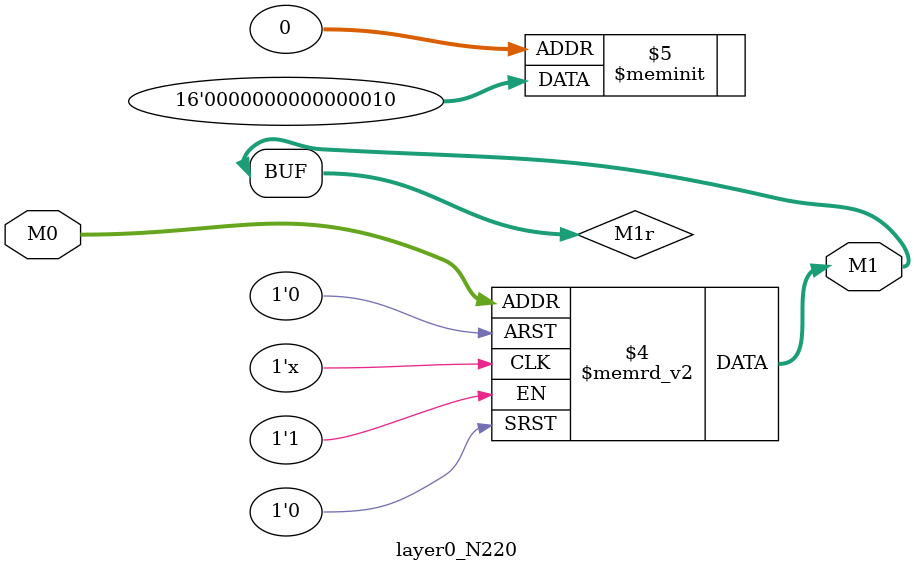
<source format=v>
module layer0_N220 ( input [2:0] M0, output [1:0] M1 );

	(*rom_style = "distributed" *) reg [1:0] M1r;
	assign M1 = M1r;
	always @ (M0) begin
		case (M0)
			3'b000: M1r = 2'b10;
			3'b100: M1r = 2'b00;
			3'b010: M1r = 2'b00;
			3'b110: M1r = 2'b00;
			3'b001: M1r = 2'b00;
			3'b101: M1r = 2'b00;
			3'b011: M1r = 2'b00;
			3'b111: M1r = 2'b00;

		endcase
	end
endmodule

</source>
